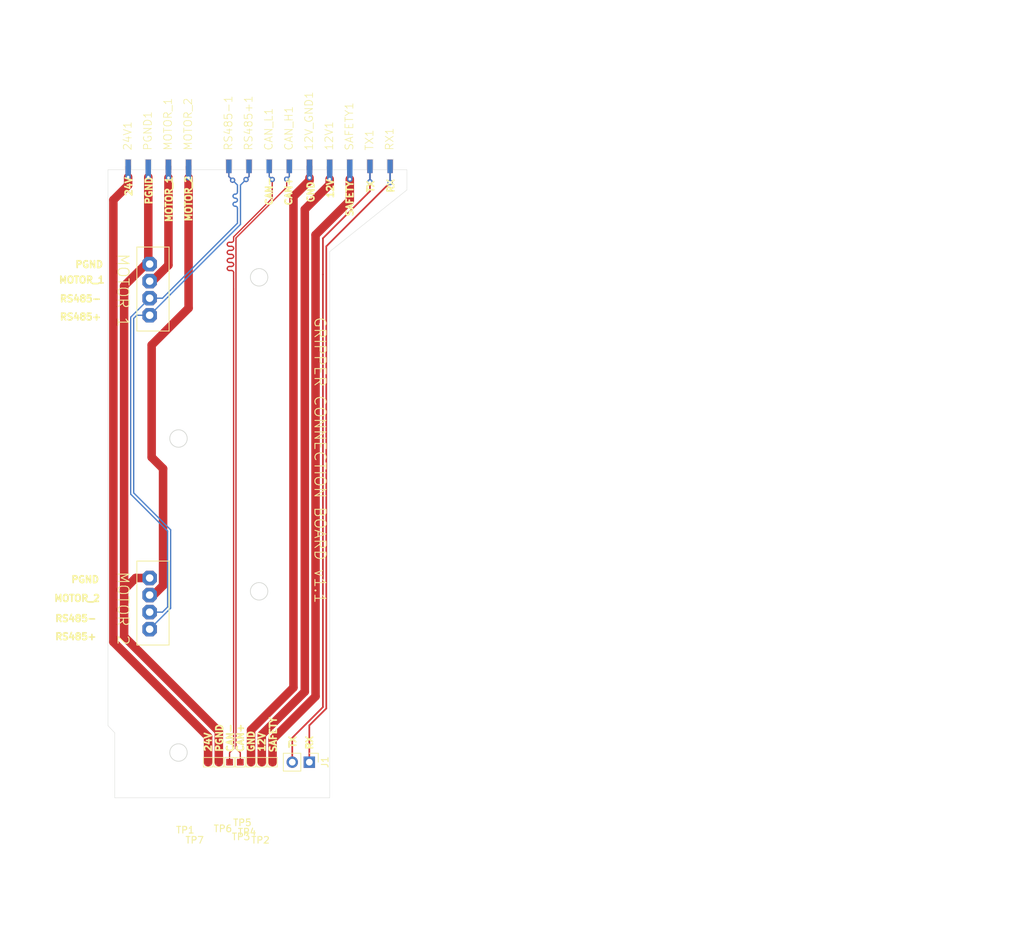
<source format=kicad_pcb>
(kicad_pcb (version 20211014) (generator pcbnew)
  (layers (0 "F.Cu" signal) (31 "B.Cu" signal) (34 "B.Paste" user) (35 "F.Paste" user) (36 "B.SilkS" user "B.Silkscreen") (37 "F.SilkS" user "F.Silkscreen") (38 "B.Mask" user) (39 "F.Mask" user) (44 "Edge.Cuts" user))
  (net 0 "")
  (net 1 "/12V")
  (net 2 "/CAN+")
  (net 3 "/CAN-")
  (net 4 "/RS485+")
  (net 5 "/RS485-")
  (net 6 "/MOTOR_1")
  (net 7 "/MOTOR_2")
  (net 8 "/24V")
  (net 9 "/SAFETY")
  (net 10 "/TX")
  (net 11 "/RX")
  (net 12 "/GND")
  (net 13 "GNDPWR")
  (footprint "Gripper Connection Board:SMD1,27-2,54" (layer "F.Cu") (at 151.3 60.3)
    (fp_text reference "MOTOR_2" (at 0.6 -2.3 90) (layer "F.SilkS") (effects (font (size 1.1684 1.1684) (thickness 0.1016)) (justify left bottom)))
    (fp_text value "SMD2")
    (pad "1" smd rect (at 0 0) (size 0.8 2) (layers "F.Cu" "F.Paste" "F.Mask") (net 7 "/MOTOR_2"))
    (pad "2" smd rect (at 0 0) (size 0.8 2) (layers "B.Cu" "B.Paste" "B.Mask") (net 7 "/MOTOR_2"))
  )
  (footprint "footprints:PinHeader_1x02_P2.54mm_Vertical" (layer "F.Cu") (at 169.275 149 -90)
    (fp_text reference "J1" (at 0 -2.33 -90) (layer "F.SilkS"))
    (fp_text value "Conn_01x02_Male")
    (fp_line (start -1.33 3.87) (end 1.33 3.87) (layer "F.SilkS") (width 0.12))
    (fp_line (start -1.33 0) (end -1.33 -1.33) (layer "F.SilkS") (width 0.12))
    (fp_line (start -1.33 1.27) (end -1.33 3.87) (layer "F.SilkS") (width 0.12))
    (fp_line (start 1.33 1.27) (end 1.33 3.87) (layer "F.SilkS") (width 0.12))
    (fp_line (start -1.33 1.27) (end 1.33 1.27) (layer "F.SilkS") (width 0.12))
    (fp_line (start -1.33 -1.33) (end 0 -1.33) (layer "F.SilkS") (width 0.12))
    (pad "1" thru_hole rect locked (at 0 0 270) (size 1.7 1.7) (drill 1) (layers *.Cu *.Mask) (net 11 "/RX"))
    (pad "2" thru_hole oval locked (at 0 2.54 270) (size 1.7 1.7) (drill 1) (layers *.Cu *.Mask) (net 10 "/TX"))
  )
  (footprint "Gripper Connection Board:SE11" (layer "F.Cu") (at 145.502 126.6599)
    (fp_text reference "LSP16" hide)
    (fp_text value "SE11" hide)
    (pad "MP" thru_hole roundrect locked (at 0 0) (size 2.159 2.159) (drill 1.1176) (layers *.Cu *.Mask) (chamfer_ratio 0.25) (chamfer top_left top_right bottom_left bottom_right) (net 5 "/RS485-"))
  )
  (footprint "Gripper Connection Board:SMD1,27-2,54" (layer "F.Cu") (at 172.3 60.3)
    (fp_text reference "12V1" (at 0.6 -2.3 90) (layer "F.SilkS") (effects (font (size 1.1684 1.1684) (thickness 0.1016)) (justify left bottom)))
    (fp_text value "SMD2")
    (pad "1" smd rect (at 0 0) (size 0.8 2) (layers "F.Cu" "F.Paste" "F.Mask") (net 1 "/12V"))
    (pad "2" smd rect (at 0 0) (size 0.8 2) (layers "B.Cu" "B.Paste" "B.Mask") (net 1 "/12V"))
  )
  (footprint "footprints:TestPoint_Pad_1.0x1.0mm" (layer "F.Cu") (at 155.8 149)
    (fp_text reference "TP7" (at -3.6 11.6) (layer "F.SilkS"))
    (fp_text value "TestPoint_Small")
    (fp_line (start 0.7 0.7) (end -0.7 0.7) (layer "F.SilkS") (width 0.12))
    (fp_line (start 0.7 -0.7) (end 0.7 0.7) (layer "F.SilkS") (width 0.12))
    (fp_line (start -0.7 0.7) (end -0.7 -0.7) (layer "F.SilkS") (width 0.12))
    (fp_line (start -0.7 -0.7) (end 0.7 -0.7) (layer "F.SilkS") (width 0.12))
    (pad "1" smd rect locked (at 0 0) (size 1 1) (layers "F.Cu" "F.Mask") (net 13 "GNDPWR"))
  )
  (footprint "footprints:TestPoint_Pad_1.0x1.0mm" (layer "F.Cu") (at 160.6 149)
    (fp_text reference "TP4" (at -0.6 10.4) (layer "F.SilkS"))
    (fp_text value "TestPoint_Small")
    (fp_line (start 0.7 -0.7) (end 0.7 0.7) (layer "F.SilkS") (width 0.12))
    (fp_line (start -0.7 -0.7) (end 0.7 -0.7) (layer "F.SilkS") (width 0.12))
    (fp_line (start -0.7 0.7) (end -0.7 -0.7) (layer "F.SilkS") (width 0.12))
    (fp_line (start 0.7 0.7) (end -0.7 0.7) (layer "F.SilkS") (width 0.12))
    (pad "1" smd rect locked (at 0 0) (size 1 1) (layers "F.Cu" "F.Mask") (net 12 "/GND"))
  )
  (footprint "footprints:TestPoint_Pad_1.0x1.0mm" (layer "F.Cu") (at 163.8 149)
    (fp_text reference "TP2" (at -1.8 11.6) (layer "F.SilkS"))
    (fp_text value "TestPoint_Small")
    (fp_line (start 0.7 -0.7) (end 0.7 0.7) (layer "F.SilkS") (width 0.12))
    (fp_line (start -0.7 0.7) (end -0.7 -0.7) (layer "F.SilkS") (width 0.12))
    (fp_line (start 0.7 0.7) (end -0.7 0.7) (layer "F.SilkS") (width 0.12))
    (fp_line (start -0.7 -0.7) (end 0.7 -0.7) (layer "F.SilkS") (width 0.12))
    (pad "1" smd rect locked (at 0 0) (size 1 1) (layers "F.Cu" "F.Mask") (net 9 "/SAFETY"))
  )
  (footprint "Gripper Connection Board:SMD1,27-2,54" (layer "F.Cu") (at 157.3 60.3)
    (fp_text reference "RS485-1" (at 0.6 -2.3 90) (layer "F.SilkS") (effects (font (size 1.1684 1.1684) (thickness 0.1016)) (justify left bottom)))
    (fp_text value "SMD2")
    (pad "1" smd rect (at 0 0) (size 0.8 2) (layers "F.Cu" "F.Paste" "F.Mask") (net 5 "/RS485-"))
    (pad "2" smd rect (at 0 0) (size 0.8 2) (layers "B.Cu" "B.Paste" "B.Mask") (net 5 "/RS485-"))
  )
  (footprint "footprints:TestPoint_Pad_1.0x1.0mm" (layer "F.Cu") (at 159 149)
    (fp_text reference "TP5" (at 0.3 9) (layer "F.SilkS"))
    (fp_text value "TestPoint_Small")
    (fp_line (start -0.7 -0.7) (end 0.7 -0.7) (layer "F.SilkS") (width 0.12))
    (fp_line (start -0.7 0.7) (end -0.7 -0.7) (layer "F.SilkS") (width 0.12))
    (fp_line (start 0.7 0.7) (end -0.7 0.7) (layer "F.SilkS") (width 0.12))
    (fp_line (start 0.7 -0.7) (end 0.7 0.7) (layer "F.SilkS") (width 0.12))
    (pad "1" smd rect locked (at 0 0) (size 1 1) (layers "F.Cu" "F.Mask") (net 2 "/CAN+"))
  )
  (footprint "Gripper Connection Board:SMD1,27-2,54" (layer "F.Cu") (at 148.3 60.3)
    (fp_text reference "MOTOR_1" (at 0.6 -2.3 90) (layer "F.SilkS") (effects (font (size 1.1684 1.1684) (thickness 0.1016)) (justify left bottom)))
    (fp_text value "SMD2")
    (pad "1" smd rect (at 0 0) (size 0.8 2) (layers "F.Cu" "F.Paste" "F.Mask") (net 6 "/MOTOR_1"))
    (pad "2" smd rect (at 0 0) (size 0.8 2) (layers "B.Cu" "B.Paste" "B.Mask") (net 6 "/MOTOR_1"))
  )
  (footprint "Gripper Connection Board:SMD1,27-2,54" (layer "F.Cu") (at 160.3 60.3)
    (fp_text reference "RS485+1" (at 0.6 -2.3 90) (layer "F.SilkS") (effects (font (size 1.1684 1.1684) (thickness 0.1016)) (justify left bottom)))
    (fp_text value "SMD2")
    (pad "1" smd rect (at 0 0) (size 0.8 2) (layers "F.Cu" "F.Paste" "F.Mask") (net 4 "/RS485+"))
    (pad "2" smd rect (at 0 0) (size 0.8 2) (layers "B.Cu" "B.Paste" "B.Mask") (net 4 "/RS485+"))
  )
  (footprint "Gripper Connection Board:SE11" (layer "F.Cu") (at 145.502 82.4639)
    (fp_text reference "LSP15" hide)
    (fp_text value "SE11" hide)
    (pad "MP" thru_hole roundrect locked (at 0 0) (size 2.159 2.159) (drill 1.1176) (layers *.Cu *.Mask) (chamfer_ratio 0.25) (chamfer top_left top_right bottom_left bottom_right) (net 4 "/RS485+"))
  )
  (footprint "Gripper Connection Board:SE11" (layer "F.Cu") (at 145.502 77.3839)
    (fp_text reference "LSP10" hide)
    (fp_text value "SE11" hide)
    (pad "MP" thru_hole roundrect locked (at 0 0) (size 2.159 2.159) (drill 1.1176) (layers *.Cu *.Mask) (chamfer_ratio 0.25) (chamfer top_left top_right bottom_left bottom_right) (net 6 "/MOTOR_1"))
  )
  (footprint "Gripper Connection Board:SMD1,27-2,54" (layer "F.Cu") (at 181.3 60.3)
    (fp_text reference "RX1" (at 0.6 -2.3 90) (layer "F.SilkS") (effects (font (size 1.1684 1.1684) (thickness 0.1016)) (justify left bottom)))
    (fp_text value "SMD2")
    (pad "1" smd rect (at 0 0) (size 0.8 2) (layers "F.Cu" "F.Paste" "F.Mask") (net 11 "/RX"))
    (pad "2" smd rect (at 0 0) (size 0.8 2) (layers "B.Cu" "B.Paste" "B.Mask") (net 11 "/RX"))
  )
  (footprint "Gripper Connection Board:SE11" (layer "F.Cu") (at 145.502 124.1199)
    (fp_text reference "LSP14" hide)
    (fp_text value "SE11" hide)
    (pad "MP" thru_hole roundrect locked (at 0 0) (size 2.159 2.159) (drill 1.1176) (layers *.Cu *.Mask) (chamfer_ratio 0.25) (chamfer top_left top_right bottom_left bottom_right) (net 7 "/MOTOR_2"))
  )
  (footprint "Gripper Connection Board:SE11" (layer "F.Cu") (at 145.502 121.5799)
    (fp_text reference "LSP13" hide)
    (fp_text value "SE11" hide)
    (pad "MP" thru_hole roundrect locked (at 0 0) (size 2.159 2.159) (drill 1.1176) (layers *.Cu *.Mask) (chamfer_ratio 0.25) (chamfer top_left top_right bottom_left bottom_right) (net 13 "GNDPWR"))
  )
  (footprint "Gripper Connection Board:SE11" (layer "F.Cu") (at 145.502 129.1999)
    (fp_text reference "LSP11" hide)
    (fp_text value "SE11" hide)
    (pad "MP" thru_hole roundrect locked (at 0 0) (size 2.159 2.159) (drill 1.1176) (layers *.Cu *.Mask) (chamfer_ratio 0.25) (chamfer top_left top_right bottom_left bottom_right) (net 4 "/RS485+"))
  )
  (footprint "Gripper Connection Board:SMD1,27-2,54" (layer "F.Cu") (at 163.3 60.3)
    (fp_text reference "CAN_L1" (at 0.6 -2.3 90) (layer "F.SilkS") (effects (font (size 1.1684 1.1684) (thickness 0.1016)) (justify left bottom)))
    (fp_text value "SMD2")
    (pad "1" smd rect (at 0 0) (size 0.8 2) (layers "F.Cu" "F.Paste" "F.Mask") (net 3 "/CAN-"))
    (pad "2" smd rect (at 0 0) (size 0.8 2) (layers "B.Cu" "B.Paste" "B.Mask") (net 3 "/CAN-"))
  )
  (footprint "Gripper Connection Board:SMD1,27-2,54" (layer "F.Cu") (at 145.3 60.3)
    (fp_text reference "PGND1" (at 0.6 -2.3 90) (layer "F.SilkS") (effects (font (size 1.1684 1.1684) (thickness 0.1016)) (justify left bottom)))
    (fp_text value "SMD2")
    (pad "1" smd rect (at 0 0) (size 0.8 2) (layers "F.Cu" "F.Paste" "F.Mask") (net 13 "GNDPWR"))
    (pad "2" smd rect (at 0 0) (size 0.8 2) (layers "B.Cu" "B.Paste" "B.Mask") (net 13 "GNDPWR"))
  )
  (footprint "Gripper Connection Board:SMD1,27-2,54" (layer "F.Cu") (at 166.3 60.3)
    (fp_text reference "CAN_H1" (at 0.6 -2.3 90) (layer "F.SilkS") (effects (font (size 1.1684 1.1684) (thickness 0.1016)) (justify left bottom)))
    (fp_text value "SMD2")
    (pad "1" smd rect (at 0 0) (size 0.8 2) (layers "F.Cu" "F.Paste" "F.Mask") (net 2 "/CAN+"))
    (pad "2" smd rect (at 0 0) (size 0.8 2) (layers "B.Cu" "B.Paste" "B.Mask") (net 2 "/CAN+"))
  )
  (footprint "footprints:TestPoint_Pad_1.0x1.0mm" (layer "F.Cu") (at 154.2 149)
    (fp_text reference "TP1" (at -3.4 10.1) (layer "F.SilkS"))
    (fp_text value "TestPoint_Small")
    (fp_line (start -0.7 -0.7) (end 0.7 -0.7) (layer "F.SilkS") (width 0.12))
    (fp_line (start 0.7 -0.7) (end 0.7 0.7) (layer "F.SilkS") (width 0.12))
    (fp_line (start 0.7 0.7) (end -0.7 0.7) (layer "F.SilkS") (width 0.12))
    (fp_line (start -0.7 0.7) (end -0.7 -0.7) (layer "F.SilkS") (width 0.12))
    (pad "1" smd rect locked (at 0 0) (size 1 1) (layers "F.Cu" "F.Mask") (net 8 "/24V"))
  )
  (footprint "footprints:TestPoint_Pad_1.0x1.0mm" (layer "F.Cu") (at 157.4 149)
    (fp_text reference "TP6" (at -1 9.9) (layer "F.SilkS"))
    (fp_text value "TestPoint_Small")
    (fp_line (start -0.7 -0.7) (end 0.7 -0.7) (layer "F.SilkS") (width 0.12))
    (fp_line (start 0.7 -0.7) (end 0.7 0.7) (layer "F.SilkS") (width 0.12))
    (fp_line (start 0.7 0.7) (end -0.7 0.7) (layer "F.SilkS") (width 0.12))
    (fp_line (start -0.7 0.7) (end -0.7 -0.7) (layer "F.SilkS") (width 0.12))
    (pad "1" smd rect locked (at 0 0) (size 1 1) (layers "F.Cu" "F.Mask") (net 3 "/CAN-"))
  )
  (footprint "Gripper Connection Board:SE11" (layer "F.Cu") (at 145.502 79.9239)
    (fp_text reference "LSP12" hide)
    (fp_text value "SE11" hide)
    (pad "MP" thru_hole roundrect locked (at 0 0) (size 2.159 2.159) (drill 1.1176) (layers *.Cu *.Mask) (chamfer_ratio 0.25) (chamfer top_left top_right bottom_left bottom_right) (net 5 "/RS485-"))
  )
  (footprint "Gripper Connection Board:SMD1,27-2,54" (layer "F.Cu") (at 169.3 60.3)
    (fp_text reference "12V_GND1" (at 0.6 -2.3 90) (layer "F.SilkS") (effects (font (size 1.1684 1.1684) (thickness 0.1016)) (justify left bottom)))
    (fp_text value "SMD2")
    (pad "1" smd rect (at 0 0) (size 0.8 2) (layers "F.Cu" "F.Paste" "F.Mask") (net 12 "/GND"))
    (pad "2" smd rect (at 0 0) (size 0.8 2) (layers "B.Cu" "B.Paste" "B.Mask") (net 12 "/GND"))
  )
  (footprint "footprints:TestPoint_Pad_1.0x1.0mm" (layer "F.Cu") (at 162.2 149)
    (fp_text reference "TP3" (at -3.1 11.1) (layer "F.SilkS"))
    (fp_text value "TestPoint_Small")
    (fp_line (start 0.7 0.7) (end -0.7 0.7) (layer "F.SilkS") (width 0.12))
    (fp_line (start -0.7 0.7) (end -0.7 -0.7) (layer "F.SilkS") (width 0.12))
    (fp_line (start 0.7 -0.7) (end 0.7 0.7) (layer "F.SilkS") (width 0.12))
    (fp_line (start -0.7 -0.7) (end 0.7 -0.7) (layer "F.SilkS") (width 0.12))
    (pad "1" smd rect locked (at 0 0) (size 1 1) (layers "F.Cu" "F.Mask") (net 1 "/12V"))
  )
  (footprint "Gripper Connection Board:SMD1,27-2,54" (layer "F.Cu") (at 178.3 60.3)
    (fp_text reference "TX1" (at 0.6 -2.3 90) (layer "F.SilkS") (effects (font (size 1.1684 1.1684) (thickness 0.1016)) (justify left bottom)))
    (fp_text value "SMD2")
    (pad "1" smd rect (at 0 0) (size 0.8 2) (layers "F.Cu" "F.Paste" "F.Mask") (net 10 "/TX"))
    (pad "2" smd rect (at 0 0) (size 0.8 2) (layers "B.Cu" "B.Paste" "B.Mask") (net 10 "/TX"))
  )
  (footprint "Gripper Connection Board:SMD1,27-2,54" (layer "F.Cu") (at 142.3 60.3)
    (fp_text reference "24V1" (at 0.6 -2.3 90) (layer "F.SilkS") (effects (font (size 1.1684 1.1684) (thickness 0.1016)) (justify left bottom)))
    (fp_text value "SMD2")
    (pad "1" smd rect (at 0 0) (size 0.8 2) (layers "F.Cu" "F.Paste" "F.Mask") (net 8 "/24V"))
    (pad "2" smd rect (at 0 0) (size 0.8 2) (layers "B.Cu" "B.Paste" "B.Mask") (net 8 "/24V"))
  )
  (footprint "Gripper Connection Board:SE11" (layer "F.Cu") (at 145.502 74.8439)
    (fp_text reference "LSP9" hide)
    (fp_text value "SE11" hide)
    (pad "MP" thru_hole roundrect locked (at 0 0) (size 2.159 2.159) (drill 1.1176) (layers *.Cu *.Mask) (chamfer_ratio 0.25) (chamfer top_left top_right bottom_left bottom_right) (net 13 "GNDPWR"))
  )
  (footprint "Gripper Connection Board:SMD1,27-2,54" (layer "F.Cu") (at 175.3 60.3)
    (fp_text reference "SAFETY1" (at 0.6 -2.3 90) (layer "F.SilkS") (effects (font (size 1.1684 1.1684) (thickness 0.1016)) (justify left bottom)))
    (fp_text value "SMD2")
    (pad "1" smd rect (at 0 0) (size 0.8 2) (layers "F.Cu" "F.Paste" "F.Mask") (net 9 "/SAFETY"))
    (pad "2" smd rect (at 0 0) (size 0.8 2) (layers "B.Cu" "B.Paste" "B.Mask") (net 9 "/SAFETY"))
  )
  (gr_line (start 148.3964 84.8111) (end 143.5964 84.8111) (layer "F.SilkS") (width 0.127))
  (gr_line (start 143.5964 131.5611) (end 143.5964 119.0611) (layer "F.SilkS") (width 0.127))
  (gr_line (start 148.3964 72.3111) (end 148.3964 84.8111) (layer "F.SilkS") (width 0.127))
  (gr_line (start 143.5964 119.0611) (end 148.3964 119.0611) (layer "F.SilkS") (width 0.127))
  (gr_line (start 148.3964 119.0611) (end 148.3964 131.5611) (layer "F.SilkS") (width 0.127))
  (gr_line (start 143.5964 84.8111) (end 143.5964 72.3111) (layer "F.SilkS") (width 0.127))
  (gr_line (start 143.5964 72.3111) (end 148.3964 72.3111) (layer "F.SilkS") (width 0.127))
  (gr_line (start 148.3964 131.5611) (end 143.5964 131.5611) (layer "F.SilkS") (width 0.127))
  (gr_line (start 157.8 60.8111) (end 159.8 60.8111) (layer "Edge.Cuts") (width 0.05))
  (gr_line (start 148.7964 59.2411) (end 147.7964 59.2411) (layer "Edge.Cuts") (width 0.05))
  (gr_line (start 169.8 59.23) (end 168.8 59.23) (layer "Edge.Cuts") (width 0.05))
  (gr_line (start 157.8 59.2411) (end 156.8 59.2411) (layer "Edge.Cuts") (width 0.05))
  (gr_line (start 174.8036 60.8111) (end 172.8036 60.8111) (layer "Edge.Cuts") (width 0.05))
  (gr_line (start 156.8 59.2411) (end 156.8 60.8111) (layer "Edge.Cuts") (width 0.05))
  (gr_line (start 172.8036 59.2411) (end 171.8036 59.2411) (layer "Edge.Cuts") (width 0.05))
  (gr_line (start 180.8072 60.8111) (end 178.8036 60.8111) (layer "Edge.Cuts") (width 0.05))
  (gr_line (start 175.8036 59.2411) (end 174.8036 59.2411) (layer "Edge.Cuts") (width 0.05))
  (gr_line (start 141.7964 59.2411) (end 142.7964 59.2411) (layer "Edge.Cuts") (width 0.05))
  (gr_line (start 145.7964 59.2411) (end 144.7964 59.2411) (layer "Edge.Cuts") (width 0.05))
  (gr_line (start 175.8036 60.8111) (end 175.8036 59.2411) (layer "Edge.Cuts") (width 0.05))
  (gr_line (start 140.3 154.3111) (end 140.2964 144.6222) (layer "Edge.Cuts") (width 0.05))
  (gr_line (start 142.7964 60.8111) (end 144.7964 60.8111) (layer "Edge.Cuts") (width 0.05))
  (gr_line (start 181.8072 60.8111) (end 181.8072 59.2411) (layer "Edge.Cuts") (width 0.05))
  (gr_line (start 163.8 59.2411) (end 162.8 59.2411) (layer "Edge.Cuts") (width 0.05))
  (gr_line (start 172.8036 60.8111) (end 172.8036 59.2411) (layer "Edge.Cuts") (width 0.05))
  (gr_line (start 151.8 60.8111) (end 151.8 59.2411) (layer "Edge.Cuts") (width 0.05))
  (gr_line (start 177.8 60.8111) (end 175.8036 60.8111) (layer "Edge.Cuts") (width 0.05))
  (gr_line (start 163.8 60.8111) (end 163.8 59.2411) (layer "Edge.Cuts") (width 0.05))
  (gr_line (start 160.8 60.8111) (end 162.8 60.8111) (layer "Edge.Cuts") (width 0.05))
  (gr_line (start 165.8036 59.2411) (end 165.8036 60.8111) (layer "Edge.Cuts") (width 0.05))
  (gr_line (start 147.7964 59.2411) (end 147.7964 60.8111) (layer "Edge.Cuts") (width 0.05))
  (gr_line (start 183.8072 60.8111) (end 183.8072 63.8) (layer "Edge.Cuts") (width 0.05))
  (gr_line (start 172.2964 73) (end 172.2964 154.3111) (layer "Edge.Cuts") (width 0.05))
  (gr_line (start 141.7964 60.8111) (end 139.2964 60.8111) (layer "Edge.Cuts") (width 0.05))
  (gr_line (start 166.8036 60.8111) (end 168.8 60.8111) (layer "Edge.Cuts") (width 0.05))
  (gr_line (start 166.8036 59.2411) (end 165.8036 59.2411) (layer "Edge.Cuts") (width 0.05))
  (gr_line (start 144.7964 59.2411) (end 144.7964 60.8111) (layer "Edge.Cuts") (width 0.05))
  (gr_line (start 183.8072 60.8111) (end 181.8072 60.8111) (layer "Edge.Cuts") (width 0.05))
  (gr_line (start 177.8 59.2411) (end 177.8 60.8111) (layer "Edge.Cuts") (width 0.05))
  (gr_line (start 142.7964 60.8111) (end 142.7964 59.2411) (layer "Edge.Cuts") (width 0.05))
  (gr_line (start 168.8 59.23) (end 168.8 60.8111) (layer "Edge.Cuts") (width 0.05))
  (gr_line (start 181.8072 59.2411) (end 180.8072 59.2411) (layer "Edge.Cuts") (width 0.05))
  (gr_line (start 178.8036 59.2411) (end 177.8 59.2411) (layer "Edge.Cuts") (width 0.05))
  (gr_line (start 162.8 59.2411) (end 162.8 60.8111) (layer "Edge.Cuts") (width 0.05))
  (gr_line (start 159.8 59.2411) (end 159.8 60.8111) (layer "Edge.Cuts") (width 0.05))
  (gr_line (start 140.2964 144.6222) (end 139.2964 143.5611) (layer "Edge.Cuts") (width 0.05))
  (gr_circle (center 149.7964 100.8111) (end 149.7964 102.1111) (layer "Edge.Cuts") (width 0.1) (fill none))
  (gr_line (start 171.8036 60.8111) (end 169.8 60.8111) (layer "Edge.Cuts") (width 0.05))
  (gr_line (start 145.7964 60.8111) (end 147.7964 60.8111) (layer "Edge.Cuts") (width 0.05))
  (gr_line (start 145.7964 60.8111) (end 145.7964 59.2411) (layer "Edge.Cuts") (width 0.05))
  (gr_line (start 140.3 154.3111) (end 172.2964 154.3111) (layer "Edge.Cuts") (width 0.05))
  (gr_line (start 141.7964 59.2411) (end 141.7964 60.8111) (layer "Edge.Cuts") (width 0.05))
  (gr_line (start 139.2964 60.8111) (end 139.2964 143.5611) (layer "Edge.Cuts") (width 0.05))
  (gr_line (start 166.8036 60.8111) (end 166.8036 59.2411) (layer "Edge.Cuts") (width 0.05))
  (gr_line (start 148.7964 60.8111) (end 148.7964 59.2411) (layer "Edge.Cuts") (width 0.05))
  (gr_line (start 180.8072 59.2411) (end 180.8072 60.8111) (layer "Edge.Cuts") (width 0.05))
  (gr_line (start 183.8072 63.8) (end 172.2964 73) (layer "Edge.Cuts") (width 0.05))
  (gr_circle (center 161.7964 76.8111) (end 161.7964 78.1111) (layer "Edge.Cuts") (width 0.1) (fill none))
  (gr_line (start 151.8 60.8111) (end 156.8 60.8111) (layer "Edge.Cuts") (width 0.05))
  (gr_line (start 160.8 59.2411) (end 159.8 59.2411) (layer "Edge.Cuts") (width 0.05))
  (gr_circle (center 149.7964 147.5611) (end 151.0964 147.5611) (layer "Edge.Cuts") (width 0.1) (fill none))
  (gr_line (start 148.7964 60.8111) (end 150.8 60.8111) (layer "Edge.Cuts") (width 0.05))
  (gr_line (start 160.8 60.8111) (end 160.8 59.2411) (layer "Edge.Cuts") (width 0.05))
  (gr_line (start 151.8 59.2411) (end 150.8 59.2411) (layer "Edge.Cuts") (width 0.05))
  (gr_line (start 171.8036 59.2411) (end 171.8036 60.8111) (layer "Edge.Cuts") (width 0.05))
  (gr_circle (center 161.7964 123.5611) (end 161.7964 124.8611) (layer "Edge.Cuts") (width 0.1) (fill none))
  (gr_line (start 169.8 60.8111) (end 169.8 59.23) (layer "Edge.Cuts") (width 0.05))
  (gr_line (start 163.8 60.8111) (end 165.8036 60.8111) (layer "Edge.Cuts") (width 0.05))
  (gr_line (start 174.8036 59.2411) (end 174.8036 60.8111) (layer "Edge.Cuts") (width 0.05))
  (gr_line (start 178.8036 60.8111) (end 178.8036 59.2411) (layer "Edge.Cuts") (width 0.05))
  (gr_line (start 157.8 60.8111) (end 157.8 59.2411) (layer "Edge.Cuts") (width 0.05))
  (gr_line (start 150.8 59.2411) (end 150.8 60.8111) (layer "Edge.Cuts") (width 0.05))
  (gr_text "PGND" (at 145.4 63.9 90) (layer "F.SilkS") (effects (font (size 1 1) (thickness 0.25))))
  (gr_text "SAFETY" (at 163.9 144.9 90) (layer "F.SilkS") (effects (font (size 1 1) (thickness 0.25))))
  (gr_text "RS485+" (at 134.5 130.3) (layer "F.SilkS") (effects (font (size 1 1) (thickness 0.25))))
  (gr_text "RS485-" (at 134.5 127.6) (layer "F.SilkS") (effects (font (size 1 1) (thickness 0.25))))
  (gr_text "12V" (at 162.2 146 90) (layer "F.SilkS") (effects (font (size 1 1) (thickness 0.25))))
  (gr_text "RX" (at 169.3 146.1 90) (layer "F.SilkS") (effects (font (size 1 1) (thickness 0.25))))
  (gr_text "GND" (at 169.5 64.1 90) (layer "F.SilkS") (effects (font (size 1 1) (thickness 0.25))))
  (gr_text "GRIPPER CONNECTION BOARD v1.1" (at 169.9 82.6 -90) (layer "F.SilkS") (effects (font (size 1.63576 1.63576) (thickness 0.14224)) (justify left bottom)))
  (gr_text "MOTOR_2" (at 134.7 124.6) (layer "F.SilkS") (effects (font (size 1 1) (thickness 0.25))))
  (gr_text "TX" (at 166.8 146 90) (layer "F.SilkS") (effects (font (size 1 1) (thickness 0.25))))
  (gr_text "PGND" (at 136.5 74.9) (layer "F.SilkS") (effects (font (size 1 1) (thickness 0.25))))
  (gr_text "RX" (at 181.4 63.2 90) (layer "F.SilkS") (effects (font (size 1 1) (thickness 0.25))))
  (gr_text "CAN+" (at 159 145.4 90) (layer "F.SilkS") (effects (font (size 1 1) (thickness 0.25))))
  (gr_text "SAFETY" (at 175.3 65.1 90) (layer "F.SilkS") (effects (font (size 1 1) (thickness 0.25))))
  (gr_text "RS485+" (at 135.2 82.7) (layer "F.SilkS") (effects (font (size 1 1) (thickness 0.25))))
  (gr_text "MOTOR_2" (at 151.3 65.1 90) (layer "F.SilkS") (effects (font (size 1 1) (thickness 0.25))))
  (gr_text "RS485-" (at 135.2 80) (layer "F.SilkS") (effects (font (size 1 1) (thickness 0.25))))
  (gr_text "24V" (at 154.2 146 90) (layer "F.SilkS") (effects (font (size 1 1) (thickness 0.25))))
  (gr_text "MOTOR_1" (at 135.4 77.2) (layer "F.SilkS") (effects (font (size 1 1) (thickness 0.25))))
  (gr_text "24V" (at 142.4 63.3 90) (layer "F.SilkS") (effects (font (size 1 1) (thickness 0.25))))
  (gr_text "CAN+" (at 166.2 64 90) (layer "F.SilkS") (effects (font (size 1 1) (thickness 0.25))))
  (gr_text "CAN-" (at 157.5 145.4 90) (layer "F.SilkS") (effects (font (size 1 1) (thickness 0.25))))
  (gr_text "MOTOR_1" (at 148.4 65.2 90) (layer "F.SilkS") (effects (font (size 1 1) (thickness 0.25))))
  (gr_text "CAN-" (at 163.3 64 90) (layer "F.SilkS") (effects (font (size 1 1) (thickness 0.25))))
  (gr_text "MOTOR 1" (at 140.598 73.1915 -90) (layer "F.SilkS") (effects (font (size 1.63576 1.63576) (thickness 0.14224)) (justify left bottom)))
  (gr_text "PGND" (at 135.9 121.8) (layer "F.SilkS") (effects (font (size 1 1) (thickness 0.25))))
  (gr_text "TX" (at 178.4 63.3 90) (layer "F.SilkS") (effects (font (size 1 1) (thickness 0.25))))
  (gr_text "GND" (at 160.6 145.9 90) (layer "F.SilkS") (effects (font (size 1 1) (thickness 0.25))))
  (gr_text "MOTOR 2" (at 140.598 120.5211 -90) (layer "F.SilkS") (effects (font (size 1.63576 1.63576) (thickness 0.14224)) (justify left bottom)))
  (gr_text "PGND" (at 155.9 145.4 90) (layer "F.SilkS") (effects (font (size 1 1) (thickness 0.25))))
  (gr_text "12V" (at 172.4 63.6 90) (layer "F.SilkS") (effects (font (size 1 1) (thickness 0.25))))
  (segment (start 172.3 63) (end 168.6 66.7) (width 1.27) (layer "F.Cu") (net 1))
  (segment (start 162.2 144.9) (end 162.2 149) (width 1.27) (layer "F.Cu") (net 1))
  (segment (start 172.3 62.2) (end 172.3 63) (width 1.27) (layer "F.Cu") (net 1))
  (segment (start 168.6 66.7) (end 168.6 138.5) (width 1.27) (layer "F.Cu") (net 1))
  (segment (start 172.3 62.2) (end 172.3 60.3) (width 0.8) (layer "F.Cu") (net 1))
  (segment (start 168.6 138.5) (end 162.2 144.9) (width 1.27) (layer "F.Cu") (net 1))
  (via (at 172.3 62.2) (size 0.8) (drill 0.4) (layers "F.Cu" "B.Cu") (net 1))
  (segment (start 172.3 62.2) (end 172.3 60.3) (width 0.8) (layer "B.Cu") (net 1))
  (segment (start 166.3 61.805001) (end 165.902501 62.202501) (width 0.2) (layer "F.Cu") (net 2))
  (segment (start 158.35192 70.94808) (end 158.35192 146.95192) (width 0.2) (layer "F.Cu") (net 2))
  (segment (start 166.3 59.9) (end 166.3 61.805001) (width 0.2) (layer "F.Cu") (net 2))
  (segment (start 159 147.6) (end 159 149) (width 0.2) (layer "F.Cu") (net 2))
  (segment (start 165.902501 63.397499) (end 158.35192 70.94808) (width 0.2) (layer "F.Cu") (net 2))
  (segment (start 165.902501 62.202501) (end 165.902501 63.397499) (width 0.2) (layer "F.Cu") (net 2))
  (segment (start 158.35192 146.95192) (end 159 147.6) (width 0.2) (layer "F.Cu") (net 2))
  (via (at 165.902501 62.202501) (size 0.8) (drill 0.4) (layers "F.Cu" "B.Cu") (net 2))
  (segment (start 166.3 61.8) (end 166.3 60.3) (width 0.2) (layer "B.Cu") (net 2))
  (segment (start 165.902501 62.197499) (end 166.3 61.8) (width 0.2) (layer "B.Cu") (net 2))
  (segment (start 165.902501 62.202501) (end 165.902501 62.197499) (width 0.2) (layer "B.Cu") (net 2))
  (segment (start 157.355466 75.8) (end 157.7 75.8) (width 0.2) (layer "F.Cu") (net 3))
  (segment (start 163.7475 62.2525) (end 163.7475 65.05481) (width 0.2) (layer "F.Cu") (net 3))
  (segment (start 163.3 59.9) (end 163.3 61.805001) (width 0.2) (layer "F.Cu") (net 3))
  (segment (start 157.7 72.8) (end 157.355466 72.8) (width 0.2) (layer "F.Cu") (net 3))
  (segment (start 163.7475 65.05481) (end 158 70.80231) (width 0.2) (layer "F.Cu") (net 3))
  (segment (start 157.355466 74.6) (end 157.7 74.6) (width 0.2) (layer "F.Cu") (net 3))
  (segment (start 158 147) (end 157.4 147.6) (width 0.2) (layer "F.Cu") (net 3))
  (segment (start 157.7 74) (end 157.355466 74) (width 0.2) (layer "F.Cu") (net 3))
  (segment (start 158 76.1) (end 158 78.55) (width 0.2) (layer "F.Cu") (net 3))
  (segment (start 163.3 61.805001) (end 163.7475 62.2525) (width 0.2) (layer "F.Cu") (net 3))
  (segment (start 157.4 147.6) (end 157.4 149) (width 0.2) (layer "F.Cu") (net 3))
  (segment (start 157.7 75.2) (end 157.355466 75.2) (width 0.2) (layer "F.Cu") (net 3))
  (segment (start 158 70.80231) (end 158 71.3) (width 0.2) (layer "F.Cu") (net 3))
  (segment (start 157.355466 72.2) (end 157.7 72.2) (width 0.2) (layer "F.Cu") (net 3))
  (segment (start 157.355466 73.4) (end 157.7 73.4) (width 0.2) (layer "F.Cu") (net 3))
  (segment (start 157.7 71.6) (end 157.355466 71.6) (width 0.2) (layer "F.Cu") (net 3))
  (segment (start 158 78.55) (end 158 147) (width 0.2) (layer "F.Cu") (net 3))
  (via (at 163.7475 62.2525) (size 0.8) (drill 0.4) (layers "F.Cu" "B.Cu") (net 3))
  (arc (start 157.7 75.8) (mid 157.912132 75.887868) (end 158 76.1) (width 0.2) (layer "F.Cu") (net 3))
  (arc (start 157.355466 72.8) (mid 157.143334 72.887868) (end 157.055466 73.1) (width 0.2) (layer "F.Cu") (net 3))
  (arc (start 157.7 73.4) (mid 157.912132 73.487868) (end 158 73.7) (width 0.2) (layer "F.Cu") (net 3))
  (arc (start 157.055466 71.9) (mid 157.143334 72.112132) (end 157.355466 72.2) (width 0.2) (layer "F.Cu") (net 3))
  (arc (start 157.055466 75.5) (mid 157.143334 75.712132) (end 157.355466 75.8) (width 0.2) (layer "F.Cu") (net 3))
  (arc (start 158 71.3) (mid 157.912132 71.512132) (end 157.7 71.6) (width 0.2) (layer "F.Cu") (net 3))
  (arc (start 158 72.5) (mid 157.912132 72.712132) (end 157.7 72.8) (width 0.2) (layer "F.Cu") (net 3))
  (arc (start 158 73.7) (mid 157.912132 73.912132) (end 157.7 74) (width 0.2) (layer "F.Cu") (net 3))
  (arc (start 157.055466 74.3) (mid 157.143334 74.512132) (end 157.355466 74.6) (width 0.2) (layer "F.Cu") (net 3))
  (arc (start 157.355466 71.6) (mid 157.143334 71.687868) (end 157.055466 71.9) (width 0.2) (layer "F.Cu") (net 3))
  (arc (start 158 74.9) (mid 157.912132 75.112132) (end 157.7 75.2) (width 0.2) (layer "F.Cu") (net 3))
  (arc (start 157.7 74.6) (mid 157.912132 74.687868) (end 158 74.9) (width 0.2) (layer "F.Cu") (net 3))
  (arc (start 157.055466 73.1) (mid 157.143334 73.312132) (end 157.355466 73.4) (width 0.2) (layer "F.Cu") (net 3))
  (arc (start 157.7 72.2) (mid 157.912132 72.287868) (end 158 72.5) (width 0.2) (layer "F.Cu") (net 3))
  (arc (start 157.355466 74) (mid 157.143334 74.087868) (end 157.055466 74.3) (width 0.2) (layer "F.Cu") (net 3))
  (arc (start 157.355466 75.2) (mid 157.143334 75.287868) (end 157.055466 75.5) (width 0.2) (layer "F.Cu") (net 3))
  (segment (start 163.3 61.8) (end 163.3 60.3) (width 0.2) (layer "B.Cu") (net 3))
  (segment (start 163.7475 62.2525) (end 163.7475 62.2475) (width 0.2) (layer "B.Cu") (net 3))
  (segment (start 163.7475 62.2475) (end 163.3 61.8) (width 0.2) (layer "B.Cu") (net 3))
  (segment (start 160.3 61.8) (end 160.3 60.3) (width 0.2) (layer "F.Cu") (net 4))
  (segment (start 159.8525 62.2525) (end 159.8525 62.2475) (width 0.2) (layer "F.Cu") (net 4))
  (segment (start 159.8525 62.2475) (end 160.3 61.8) (width 0.2) (layer "F.Cu") (net 4))
  (via (at 159.8525 62.2525) (size 0.8) (drill 0.4) (layers "F.Cu" "B.Cu") (net 4))
  (segment (start 160.3 61.805001) (end 159.8525 62.2525) (width 0.2) (layer "B.Cu") (net 4))
  (segment (start 143.125 108.9068) (end 148.625 114.4068) (width 0.2) (layer "B.Cu") (net 4))
  (segment (start 160.3 59.9) (end 160.3 61.805001) (width 0.2) (layer "B.Cu") (net 4))
  (segment (start 143.125 82.937297) (end 143.125 108.9068) (width 0.2) (layer "B.Cu") (net 4))
  (segment (start 159.8525 62.2525) (end 159.025 63.080001) (width 0.2) (layer "B.Cu") (net 4))
  (segment (start 148.625 126.0769) (end 145.502 129.1999) (width 0.2) (layer "B.Cu") (net 4))
  (segment (start 159.025 68.9409) (end 145.502 82.4639) (width 0.2) (layer "B.Cu") (net 4))
  (segment (start 148.625 114.4068) (end 148.625 126.0769) (width 0.2) (layer "B.Cu") (net 4))
  (segment (start 159.025 63.080001) (end 159.025 68.9409) (width 0.2) (layer "B.Cu") (net 4))
  (segment (start 145.502 82.4639) (end 143.598397 82.4639) (width 0.2) (layer "B.Cu") (net 4))
  (segment (start 143.598397 82.4639) (end 143.125 82.937297) (width 0.2) (layer "B.Cu") (net 4))
  (segment (start 157.3 61.8) (end 157.3 60.3) (width 0.2) (layer "F.Cu") (net 5))
  (segment (start 157.847499 62.352501) (end 157.847499 62.347499) (width 0.2) (layer "F.Cu") (net 5))
  (segment (start 157.847499 62.347499) (end 157.3 61.8) (width 0.2) (layer "F.Cu") (net 5))
  (via (at 157.847499 62.352501) (size 0.8) (drill 0.4) (layers "F.Cu" "B.Cu") (net 5))
  (segment (start 148.175 114.5932) (end 148.175 125.890503) (width 0.2) (layer "B.Cu") (net 5))
  (segment (start 158.575 66.525) (end 158.575 66.575) (width 0.2) (layer "B.Cu") (net 5))
  (segment (start 145.502 79.9239) (end 142.675 82.7509) (width 0.2) (layer "B.Cu") (net 5))
  (segment (start 147.405603 79.9239) (end 145.502 79.9239) (width 0.2) (layer "B.Cu") (net 5))
  (segment (start 147.405603 126.6599) (end 145.502 126.6599) (width 0.2) (layer "B.Cu") (net 5))
  (segment (start 148.175 125.890503) (end 147.405603 126.6599) (width 0.2) (layer "B.Cu") (net 5))
  (segment (start 158.214761 65.025) (end 158.275 65.025) (width 0.2) (layer "B.Cu") (net 5))
  (segment (start 158.214761 66.225) (end 158.275 66.225) (width 0.2) (layer "B.Cu") (net 5))
  (segment (start 158.575 66.575) (end 158.575 68.754503) (width 0.2) (layer "B.Cu") (net 5))
  (segment (start 158.275 64.425) (end 158.214761 64.425) (width 0.2) (layer "B.Cu") (net 5))
  (segment (start 158.575 68.754503) (end 147.405603 79.9239) (width 0.2) (layer "B.Cu") (net 5))
  (segment (start 157.847499 62.352501) (end 158.575 63.080001) (width 0.2) (layer "B.Cu") (net 5))
  (segment (start 157.3 59.9) (end 157.3 61.805001) (width 0.2) (layer "B.Cu") (net 5))
  (segment (start 157.3 61.805001) (end 157.847499 62.352501) (width 0.2) (layer "B.Cu") (net 5))
  (segment (start 158.275 65.625) (end 158.214761 65.625) (width 0.2) (layer "B.Cu") (net 5))
  (segment (start 142.675 82.7509) (end 142.675 109.0932) (width 0.2) (layer "B.Cu") (net 5))
  (segment (start 158.575 63.080001) (end 158.575 64.125) (width 0.2) (layer "B.Cu") (net 5))
  (segment (start 142.675 109.0932) (end 148.175 114.5932) (width 0.2) (layer "B.Cu") (net 5))
  (arc (start 158.575 64.125) (mid 158.487132 64.337132) (end 158.275 64.425) (width 0.2) (layer "B.Cu") (net 5))
  (arc (start 158.275 66.225) (mid 158.487132 66.312868) (end 158.575 66.525) (width 0.2) (layer "B.Cu") (net 5))
  (arc (start 158.275 65.025) (mid 158.487132 65.112868) (end 158.575 65.325) (width 0.2) (layer "B.Cu") (net 5))
  (arc (start 158.575 65.325) (mid 158.487132 65.537132) (end 158.275 65.625) (width 0.2) (layer "B.Cu") (net 5))
  (arc (start 158.214761 65.625) (mid 158.002629 65.712868) (end 157.914761 65.925) (width 0.2) (layer "B.Cu") (net 5))
  (arc (start 158.214761 64.425) (mid 158.002629 64.512868) (end 157.914761 64.725) (width 0.2) (layer "B.Cu") (net 5))
  (arc (start 157.914761 65.925) (mid 158.002629 66.137132) (end 158.214761 66.225) (width 0.2) (layer "B.Cu") (net 5))
  (arc (start 157.914761 64.725) (mid 158.002629 64.937132) (end 158.214761 65.025) (width 0.2) (layer "B.Cu") (net 5))
  (segment (start 148.3 75) (end 145.9161 77.3839) (width 1.27) (layer "F.Cu") (net 6))
  (segment (start 148.3 62) (end 148.3 75) (width 1.27) (layer "F.Cu") (net 6))
  (segment (start 148.3 62) (end 148.3 60.3) (width 0.8) (layer "F.Cu") (net 6))
  (segment (start 145.9161 77.3839) (end 145.5528 77.3839) (width 1.27) (layer "F.Cu") (net 6))
  (via (at 148.3 62) (size 0.8) (drill 0.4) (layers "F.Cu" "B.Cu") (net 6))
  (segment (start 145.694122 77.3839) (end 145.5528 77.3839) (width 1.27) (layer "B.Cu") (net 6))
  (segment (start 148.3 62) (end 148.3 60.3) (width 0.8) (layer "B.Cu") (net 6))
  (segment (start 151.3 60.3) (end 151.3 62) (width 0.8) (layer "F.Cu") (net 7))
  (segment (start 151.3 81.4) (end 145.8 86.9) (width 1.27) (layer "F.Cu") (net 7))
  (segment (start 145.8 103.6) (end 147.5 105.3) (width 1.27) (layer "F.Cu") (net 7))
  (segment (start 147.5 105.3) (end 147.5 122.7) (width 1.27) (layer "F.Cu") (net 7))
  (segment (start 147.5 122.7) (end 146.0801 124.1199) (width 1.27) (layer "F.Cu") (net 7))
  (segment (start 146.0801 124.1199) (end 145.4512 124.1199) (width 1.27) (layer "F.Cu") (net 7))
  (segment (start 151.3 62) (end 151.3 81.4) (width 1.27) (layer "F.Cu") (net 7))
  (segment (start 145.8 86.9) (end 145.8 103.6) (width 1.27) (layer "F.Cu") (net 7))
  (via (at 151.3 62) (size 0.8) (drill 0.4) (layers "F.Cu" "B.Cu") (net 7))
  (segment (start 151.3 60.3) (end 151.3 62) (width 0.8) (layer "B.Cu") (net 7))
  (segment (start 140.1 65.3) (end 140.1 131.1) (width 1.27) (layer "F.Cu") (net 8))
  (segment (start 142.3 63.1) (end 140.1 65.3) (width 1.27) (layer "F.Cu") (net 8))
  (segment (start 154.2 145.2) (end 154.2 149) (width 1.27) (layer "F.Cu") (net 8))
  (segment (start 140.1 131.1) (end 154.2 145.2) (width 1.27) (layer "F.Cu") (net 8))
  (segment (start 142.3 61.9) (end 142.3 63.1) (width 1.27) (layer "F.Cu") (net 8))
  (segment (start 142.3 60.3) (end 142.3 61.9) (width 0.8) (layer "F.Cu") (net 8))
  (via (at 142.3 61.9) (size 0.8) (drill 0.4) (layers "F.Cu" "B.Cu") (net 8))
  (segment (start 142.3 60.3) (end 142.3 61.9) (width 0.8) (layer "B.Cu") (net 8))
  (segment (start 175.3 60.3) (end 175.3 62.2) (width 0.8) (layer "F.Cu") (net 9))
  (segment (start 175.3 65.4) (end 170.2 70.5) (width 1.27) (layer "F.Cu") (net 9))
  (segment (start 163.8 145.605449) (end 163.8 149) (width 1.27) (layer "F.Cu") (net 9))
  (segment (start 175.3 63.2) (end 175.4 63.3) (width 0.8) (layer "F.Cu") (net 9))
  (segment (start 175.3 62.2) (end 175.3 65.4) (width 1.27) (layer "F.Cu") (net 9))
  (segment (start 175.3 62.2) (end 175.3 63.2) (width 0.8) (layer "F.Cu") (net 9))
  (segment (start 170.2 70.5) (end 170.2 139.205449) (width 1.27) (layer "F.Cu") (net 9))
  (segment (start 170.2 139.205449) (end 163.8 145.605449) (width 1.27) (layer "F.Cu") (net 9))
  (via (at 175.3 62.2) (size 0.8) (drill 0.4) (layers "F.Cu" "B.Cu") (net 9))
  (segment (start 175.3 62.2) (end 175.3 60.3) (width 0.8) (layer "B.Cu") (net 9))
  (segment (start 178.3 64) (end 171.3 71) (width 0.25) (layer "F.Cu") (net 10))
  (segment (start 171.29808 76.40192) (end 171.29808 140.80192) (width 0.25) (layer "F.Cu") (net 10))
  (segment (start 178.3 59.9) (end 178.3 62.6) (width 0.25) (layer "F.Cu") (net 10))
  (segment (start 166.735 145.365) (end 166.735 149) (width 0.25) (layer "F.Cu") (net 10))
  (segment (start 171.3 76.4) (end 171.29808 76.40192) (width 0.25) (layer "F.Cu") (net 10))
  (segment (start 171.3 71) (end 171.3 76.4) (width 0.25) (layer "F.Cu") (net 10))
  (segment (start 171.29808 140.80192) (end 166.735 145.365) (width 0.25) (layer "F.Cu") (net 10))
  (segment (start 178.3 62.6) (end 178.3 64) (width 0.25) (layer "F.Cu") (net 10))
  (via (at 178.3 62.6) (size 0.8) (drill 0.4) (layers "F.Cu" "B.Cu") (net 10))
  (segment (start 178.3 62.6) (end 178.3 60.3) (width 0.25) (layer "B.Cu") (net 10))
  (segment (start 171.8 72.2) (end 171.8 141) (width 0.25) (layer "F.Cu") (net 11))
  (segment (start 181.3 59.8) (end 181.3 62.7) (width 0.25) (layer "F.Cu") (net 11))
  (segment (start 171.8 141) (end 169.275 143.525) (width 0.25) (layer "F.Cu") (net 11))
  (segment (start 181.3 62.7) (end 171.8 72.2) (width 0.25) (layer "F.Cu") (net 11))
  (segment (start 169.275 143.525) (end 169.275 149) (width 0.25) (layer "F.Cu") (net 11))
  (via (at 181.3 62.7) (size 0.8) (drill 0.4) (layers "F.Cu" "B.Cu") (net 11))
  (segment (start 181.3 62.7) (end 181.3 60.3) (width 0.25) (layer "B.Cu") (net 11))
  (segment (start 169.3 62) (end 169.3 62.4) (width 1.27) (layer "F.Cu") (net 12))
  (segment (start 166.91192 137.88808) (end 160.6 144.2) (width 1.27) (layer "F.Cu") (net 12))
  (segment (start 169.3 62.4) (end 166.91192 64.78808) (width 1.27) (layer "F.Cu") (net 12))
  (segment (start 169.3 60.3) (end 169.3 62) (width 0.8) (layer "F.Cu") (net 12))
  (segment (start 160.6 144.2) (end 160.6 149) (width 1.27) (layer "F.Cu") (net 12))
  (segment (start 166.91192 64.78808) (end 166.91192 137.88808) (width 1.27) (layer "F.Cu") (net 12))
  (via (at 169.3 62) (size 0.8) (drill 0.4) (layers "F.Cu" "B.Cu") (net 12))
  (segment (start 169.3 60.3) (end 169.3 62) (width 0.8) (layer "B.Cu") (net 12))
  (segment (start 141.7 130.3) (end 155.8 144.4) (width 1.27) (layer "F.Cu") (net 13))
  (segment (start 145.502 74.8439) (end 144.9561 74.8439) (width 1.27) (layer "F.Cu") (net 13))
  (segment (start 143.4201 121.5799) (end 145.502 121.5799) (width 1.27) (layer "F.Cu") (net 13))
  (segment (start 155.8 144.4) (end 155.8 149) (width 1.27) (layer "F.Cu") (net 13))
  (segment (start 145.3 74.6419) (end 145.502 74.8439) (width 1.27) (layer "F.Cu") (net 13))
  (segment (start 141.7 123.3) (end 143.4201 121.5799) (width 1.27) (layer "F.Cu") (net 13))
  (segment (start 141.7 123.6) (end 141.7 123.3) (width 1.27) (layer "F.Cu") (net 13))
  (segment (start 141.7 123.6) (end 141.7 130.3) (width 1.27) (layer "F.Cu") (net 13))
  (segment (start 144.9561 74.8439) (end 141.7 78.1) (width 1.27) (layer "F.Cu") (net 13))
  (segment (start 141.7 78.1) (end 141.7 123.6) (width 1.27) (layer "F.Cu") (net 13))
  (segment (start 145.4512 121.4512) (end 145.4512 121.5799) (width 1.27) (layer "F.Cu") (net 13))
  (segment (start 145.3 60.3) (end 145.3 61.9) (width 0.8) (layer "F.Cu") (net 13))
  (segment (start 145.3 61.9) (end 145.3 74.6419) (width 1.27) (layer "F.Cu") (net 13))
  (via (at 145.3 61.9) (size 0.8) (drill 0.4) (layers "F.Cu" "B.Cu") (net 13))
  (segment (start 145.3 60.3) (end 145.3 61.9) (width 0.8) (layer "B.Cu") (net 13))
)
</source>
